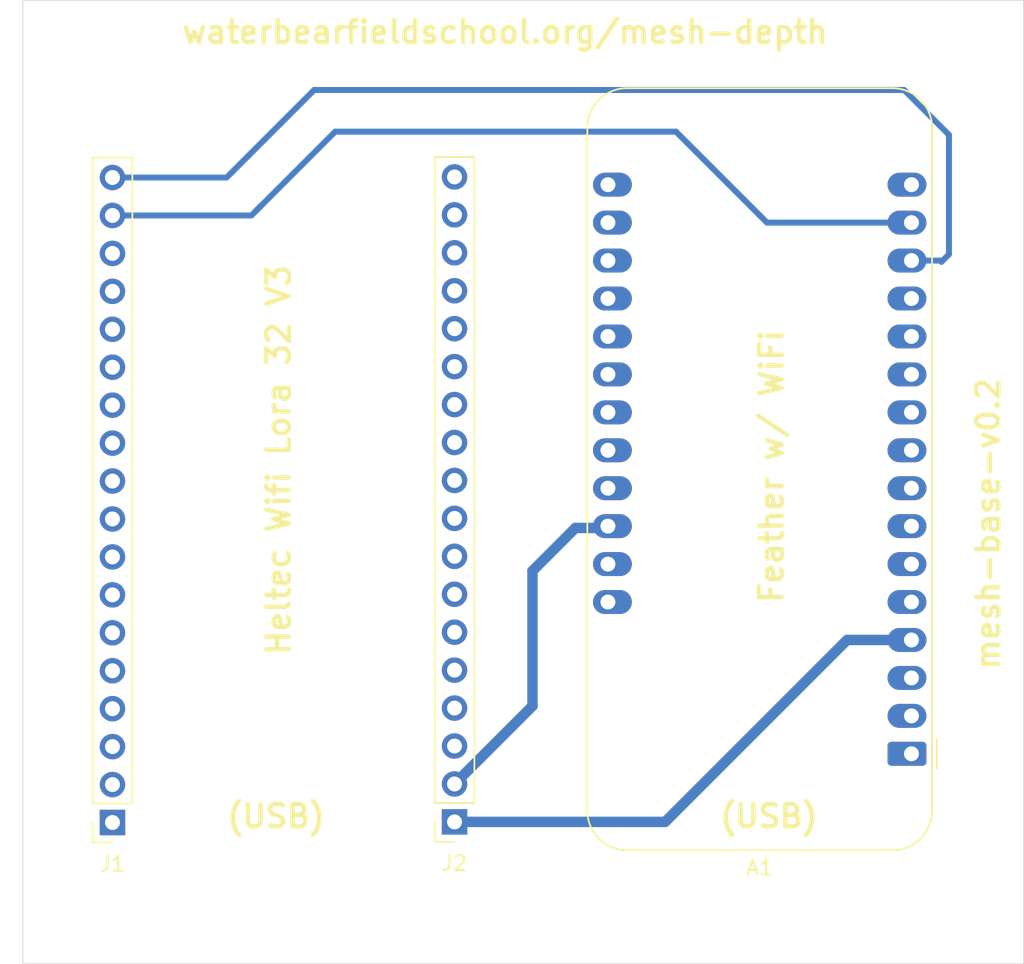
<source format=kicad_pcb>
(kicad_pcb (version 20240108) (generator "pcbnew") (generator_version "8.0")
  (layers (0 "F.Cu" signal) (31 "B.Cu" signal) (34 "B.Paste" user) (35 "F.Paste" user) (36 "B.SilkS" user "B.Silkscreen") (37 "F.SilkS" user "F.Silkscreen") (38 "B.Mask" user) (39 "F.Mask" user) (44 "Edge.Cuts" user))
  (net 0 "")
  (net 5 "VUSB")
  (net 7 "GPIO7")
  (net 8 "GPIO6")
  (net 16 "GND")
  (footprint "Connector_PinSocket_2.54mm:PinSocket_1x18_P2.54mm_Vertical" (layer "F.Cu") (at 90.4 103.5 180)
    (property "Reference" "J2" (at 0 -2.77 360) (layer "F.SilkS"))
    (property "Value" "Conn_01x18_Socket")
    (fp_line (start 1.33 1.27) (end 1.33 44.51) (stroke (width 0.12)) (layer "F.SilkS"))
    (fp_line (start 1.33 -1.33) (end 1.33 0) (stroke (width 0.12)) (layer "F.SilkS"))
    (fp_line (start 0 -1.33) (end 1.33 -1.33) (stroke (width 0.12)) (layer "F.SilkS"))
    (fp_line (start -1.33 44.51) (end 1.33 44.51) (stroke (width 0.12)) (layer "F.SilkS"))
    (fp_line (start -1.33 1.27) (end 1.33 1.27) (stroke (width 0.12)) (layer "F.SilkS"))
    (fp_line (start -1.33 1.27) (end -1.33 44.51) (stroke (width 0.12)) (layer "F.SilkS"))
    (pad "1" thru_hole rect (at 0 0 180) (size 1.7 1.7) (drill 1) (layers "*.Cu" "*.Mask") (net 16 "GND"))
    (pad "2" thru_hole oval (at 0 2.54 180) (size 1.7 1.7) (drill 1) (layers "*.Cu" "*.Mask") (net 5 "VUSB"))
    (pad "3" thru_hole oval (at 0 5.08 180) (size 1.7 1.7) (drill 1) (layers "*.Cu" "*.Mask"))
    (pad "4" thru_hole oval (at 0 7.62 180) (size 1.7 1.7) (drill 1) (layers "*.Cu" "*.Mask"))
    (pad "5" thru_hole oval (at 0 10.16 180) (size 1.7 1.7) (drill 1) (layers "*.Cu" "*.Mask"))
    (pad "6" thru_hole oval (at 0 12.7 180) (size 1.7 1.7) (drill 1) (layers "*.Cu" "*.Mask"))
    (pad "7" thru_hole oval (at 0 15.24 180) (size 1.7 1.7) (drill 1) (layers "*.Cu" "*.Mask"))
    (pad "8" thru_hole oval (at 0 17.78 180) (size 1.7 1.7) (drill 1) (layers "*.Cu" "*.Mask"))
    (pad "9" thru_hole oval (at 0 20.32 180) (size 1.7 1.7) (drill 1) (layers "*.Cu" "*.Mask"))
    (pad "10" thru_hole oval (at 0 22.86 180) (size 1.7 1.7) (drill 1) (layers "*.Cu" "*.Mask"))
    (pad "11" thru_hole oval (at 0 25.4 180) (size 1.7 1.7) (drill 1) (layers "*.Cu" "*.Mask"))
    (pad "12" thru_hole oval (at 0 27.94 180) (size 1.7 1.7) (drill 1) (layers "*.Cu" "*.Mask"))
    (pad "13" thru_hole oval (at 0 30.48 180) (size 1.7 1.7) (drill 1) (layers "*.Cu" "*.Mask"))
    (pad "14" thru_hole oval (at 0 33.02 180) (size 1.7 1.7) (drill 1) (layers "*.Cu" "*.Mask"))
    (pad "15" thru_hole oval (at 0 35.56 180) (size 1.7 1.7) (drill 1) (layers "*.Cu" "*.Mask"))
    (pad "16" thru_hole oval (at 0 38.1 180) (size 1.7 1.7) (drill 1) (layers "*.Cu" "*.Mask"))
    (pad "17" thru_hole oval (at 0 40.64 180) (size 1.7 1.7) (drill 1) (layers "*.Cu" "*.Mask"))
    (pad "18" thru_hole oval (at 0 43.18 180) (size 1.7 1.7) (drill 1) (layers "*.Cu" "*.Mask"))
  )
  (footprint "Connector_PinSocket_2.54mm:PinSocket_1x18_P2.54mm_Vertical" (layer "F.Cu") (at 67.5 103.54 180)
    (property "Reference" "J1" (at 0 -2.77 360) (layer "F.SilkS"))
    (property "Value" "Conn_01x18_Socket")
    (fp_line (start 1.33 1.27) (end 1.33 44.51) (stroke (width 0.12)) (layer "F.SilkS"))
    (fp_line (start 1.33 -1.33) (end 1.33 0) (stroke (width 0.12)) (layer "F.SilkS"))
    (fp_line (start 0 -1.33) (end 1.33 -1.33) (stroke (width 0.12)) (layer "F.SilkS"))
    (fp_line (start -1.33 44.51) (end 1.33 44.51) (stroke (width 0.12)) (layer "F.SilkS"))
    (fp_line (start -1.33 1.27) (end 1.33 1.27) (stroke (width 0.12)) (layer "F.SilkS"))
    (fp_line (start -1.33 1.27) (end -1.33 44.51) (stroke (width 0.12)) (layer "F.SilkS"))
    (pad "1" thru_hole rect (at 0 0 180) (size 1.7 1.7) (drill 1) (layers "*.Cu" "*.Mask"))
    (pad "2" thru_hole oval (at 0 2.54 180) (size 1.7 1.7) (drill 1) (layers "*.Cu" "*.Mask"))
    (pad "3" thru_hole oval (at 0 5.08 180) (size 1.7 1.7) (drill 1) (layers "*.Cu" "*.Mask"))
    (pad "4" thru_hole oval (at 0 7.62 180) (size 1.7 1.7) (drill 1) (layers "*.Cu" "*.Mask"))
    (pad "5" thru_hole oval (at 0 10.16 180) (size 1.7 1.7) (drill 1) (layers "*.Cu" "*.Mask"))
    (pad "6" thru_hole oval (at 0 12.7 180) (size 1.7 1.7) (drill 1) (layers "*.Cu" "*.Mask"))
    (pad "7" thru_hole oval (at 0 15.24 180) (size 1.7 1.7) (drill 1) (layers "*.Cu" "*.Mask"))
    (pad "8" thru_hole oval (at 0 17.78 180) (size 1.7 1.7) (drill 1) (layers "*.Cu" "*.Mask"))
    (pad "9" thru_hole oval (at 0 20.32 180) (size 1.7 1.7) (drill 1) (layers "*.Cu" "*.Mask"))
    (pad "10" thru_hole oval (at 0 22.86 180) (size 1.7 1.7) (drill 1) (layers "*.Cu" "*.Mask"))
    (pad "11" thru_hole oval (at 0 25.4 180) (size 1.7 1.7) (drill 1) (layers "*.Cu" "*.Mask"))
    (pad "12" thru_hole oval (at 0 27.94 180) (size 1.7 1.7) (drill 1) (layers "*.Cu" "*.Mask"))
    (pad "13" thru_hole oval (at 0 30.48 180) (size 1.7 1.7) (drill 1) (layers "*.Cu" "*.Mask"))
    (pad "14" thru_hole oval (at 0 33.02 180) (size 1.7 1.7) (drill 1) (layers "*.Cu" "*.Mask"))
    (pad "15" thru_hole oval (at 0 35.56 180) (size 1.7 1.7) (drill 1) (layers "*.Cu" "*.Mask"))
    (pad "16" thru_hole oval (at 0 38.1 180) (size 1.7 1.7) (drill 1) (layers "*.Cu" "*.Mask"))
    (pad "17" thru_hole oval (at 0 40.64 180) (size 1.7 1.7) (drill 1) (layers "*.Cu" "*.Mask") (net 8 "GPIO6"))
    (pad "18" thru_hole oval (at 0 43.18 180) (size 1.7 1.7) (drill 1) (layers "*.Cu" "*.Mask") (net 7 "GPIO7"))
  )
  (footprint "Module:Adafruit_Feather" (layer "F.Cu") (at 120.99 98.94 180)
    (property "Reference" "A1" (at 10.16 -7.62 360) (layer "F.SilkS"))
    (property "Value" "Adafruit_Feather_Generic")
    (fp_line (start 21.7 -3.81) (end 21.7 41.91) (stroke (width 0.12)) (layer "F.SilkS"))
    (fp_line (start 19.05 44.56) (end 1.27 44.56) (stroke (width 0.12)) (layer "F.SilkS"))
    (fp_line (start 19.05 -6.46) (end 1.27 -6.46) (stroke (width 0.12)) (layer "F.SilkS"))
    (fp_line (start -1.38 -3.81) (end -1.38 41.91) (stroke (width 0.12)) (layer "F.SilkS"))
    (fp_line (start -1.7 1) (end -1.7 -1) (stroke (width 0.12)) (layer "F.SilkS"))
    (fp_arc (start 21.7 41.91) (mid 20.923833 43.783833) (end 19.05 44.56) (stroke (width 0.12)) (layer "F.SilkS"))
    (fp_arc (start 19.05 -6.46) (mid 20.923833 -5.683833) (end 21.7 -3.81) (stroke (width 0.12)) (layer "F.SilkS"))
    (fp_arc (start 1.27 44.56) (mid -0.603833 43.783833) (end -1.38 41.91) (stroke (width 0.12)) (layer "F.SilkS"))
    (fp_arc (start -1.38 -3.81) (mid -0.603833 -5.683833) (end 1.27 -6.46) (stroke (width 0.12)) (layer "F.SilkS"))
    (pad "1" thru_hole roundrect (at 0 0 180) (size 2.6 1.6) (drill 1 (offset 0.3 0)) (layers "*.Cu" "*.Mask") (roundrect_rratio 0.15625))
    (pad "2" thru_hole oval (at 0 2.54 180) (size 2.6 1.6) (drill 1 (offset 0.3 0)) (layers "*.Cu" "*.Mask"))
    (pad "3" thru_hole oval (at 0 5.08 180) (size 2.6 1.6) (drill 1 (offset 0.3 0)) (layers "*.Cu" "*.Mask"))
    (pad "4" thru_hole oval (at 0 7.62 180) (size 2.6 1.6) (drill 1 (offset 0.3 0)) (layers "*.Cu" "*.Mask") (net 16 "GND"))
    (pad "5" thru_hole oval (at 0 10.16 180) (size 2.6 1.6) (drill 1 (offset 0.3 0)) (layers "*.Cu" "*.Mask"))
    (pad "6" thru_hole oval (at 0 12.7 180) (size 2.6 1.6) (drill 1 (offset 0.3 0)) (layers "*.Cu" "*.Mask"))
    (pad "7" thru_hole oval (at 0 15.24 180) (size 2.6 1.6) (drill 1 (offset 0.3 0)) (layers "*.Cu" "*.Mask"))
    (pad "8" thru_hole oval (at 0 17.78 180) (size 2.6 1.6) (drill 1 (offset 0.3 0)) (layers "*.Cu" "*.Mask"))
    (pad "9" thru_hole oval (at 0 20.32 180) (size 2.6 1.6) (drill 1 (offset 0.3 0)) (layers "*.Cu" "*.Mask"))
    (pad "10" thru_hole oval (at 0 22.86 180) (size 2.6 1.6) (drill 1 (offset 0.3 0)) (layers "*.Cu" "*.Mask"))
    (pad "11" thru_hole oval (at 0 25.4 180) (size 2.6 1.6) (drill 1 (offset 0.3 0)) (layers "*.Cu" "*.Mask"))
    (pad "12" thru_hole oval (at 0 27.94 180) (size 2.6 1.6) (drill 1 (offset 0.3 0)) (layers "*.Cu" "*.Mask"))
    (pad "13" thru_hole oval (at 0 30.48 180) (size 2.6 1.6) (drill 1 (offset 0.3 0)) (layers "*.Cu" "*.Mask"))
    (pad "14" thru_hole oval (at 0 33.02 180) (size 2.6 1.6) (drill 1 (offset 0.3 0)) (layers "*.Cu" "*.Mask") (net 7 "GPIO7"))
    (pad "15" thru_hole oval (at 0 35.56 180) (size 2.6 1.6) (drill 1 (offset 0.3 0)) (layers "*.Cu" "*.Mask") (net 8 "GPIO6"))
    (pad "16" thru_hole oval (at 0 38.1 180) (size 2.6 1.6) (drill 1 (offset 0.3 0)) (layers "*.Cu" "*.Mask"))
    (pad "17" thru_hole oval (at 20.32 38.1) (size 2.6 1.6) (drill 1 (offset 0.3 0)) (layers "*.Cu" "*.Mask"))
    (pad "18" thru_hole oval (at 20.32 35.56) (size 2.6 1.6) (drill 1 (offset 0.3 0)) (layers "*.Cu" "*.Mask"))
    (pad "19" thru_hole oval (at 20.32 33.02) (size 2.6 1.6) (drill 1 (offset 0.3 0)) (layers "*.Cu" "*.Mask"))
    (pad "20" thru_hole oval (at 20.32 30.48) (size 2.6 1.6) (drill 1 (offset 0.3 0)) (layers "*.Cu" "*.Mask"))
    (pad "21" thru_hole oval (at 20.32 27.94) (size 2.6 1.6) (drill 1 (offset 0.3 0)) (layers "*.Cu" "*.Mask"))
    (pad "22" thru_hole oval (at 20.32 25.4) (size 2.6 1.6) (drill 1 (offset 0.3 0)) (layers "*.Cu" "*.Mask"))
    (pad "23" thru_hole oval (at 20.32 22.86) (size 2.6 1.6) (drill 1 (offset 0.3 0)) (layers "*.Cu" "*.Mask"))
    (pad "24" thru_hole oval (at 20.32 20.32) (size 2.6 1.6) (drill 1 (offset 0.3 0)) (layers "*.Cu" "*.Mask"))
    (pad "25" thru_hole oval (at 20.32 17.78) (size 2.6 1.6) (drill 1 (offset 0.3 0)) (layers "*.Cu" "*.Mask"))
    (pad "26" thru_hole oval (at 20.32 15.24) (size 2.6 1.6) (drill 1 (offset 0.3 0)) (layers "*.Cu" "*.Mask") (net 5 "VUSB"))
    (pad "27" thru_hole oval (at 20.32 12.7) (size 2.6 1.6) (drill 1 (offset 0.3 0)) (layers "*.Cu" "*.Mask"))
    (pad "28" thru_hole oval (at 20.32 10.16) (size 2.6 1.6) (drill 1 (offset 0.3 0)) (layers "*.Cu" "*.Mask"))
  )
  (gr_rect (start 61.5 48.5) (end 128.5 113) (stroke (width 0.05)) (fill none) (layer "Edge.Cuts"))
  (gr_text "Heltec Wifi Lora 32 V3" (at 79.5 92.5 90) (layer "F.SilkS") (effects (font (size 1.5 1.5) (thickness 0.3) (bold yes)) (justify left bottom)))
  (gr_text "(USB)" (at 108 104 0) (layer "F.SilkS") (effects (font (size 1.5 1.5) (thickness 0.3) (bold yes)) (justify left bottom)))
  (gr_text "(USB)" (at 75 104 0) (layer "F.SilkS") (effects (font (size 1.5 1.5) (thickness 0.3) (bold yes)) (justify left bottom)))
  (gr_text "Feather w/ WiFi" (at 112.5 89 90) (layer "F.SilkS") (effects (font (size 1.5 1.5) (thickness 0.3) (bold yes)) (justify left bottom)))
  (gr_text "mesh-base-v0.2" (at 127 93.5 90) (layer "F.SilkS") (effects (font (size 1.5 1.5) (thickness 0.3) (bold yes)) (justify left bottom)))
  (gr_text "waterbearfieldschool.org/mesh-depth" (at 72 51.5 0) (layer "F.SilkS") (effects (font (size 1.5 1.5) (thickness 0.3) (bold yes)) (justify left bottom)))
  (segment (start 98.49 83.82) (end 100.55 83.82) (width 0.7) (layer "B.Cu") (net 5))
  (segment (start 95.62 95.74) (end 95.62 86.69) (width 0.7) (layer "B.Cu") (net 5))
  (segment (start 100.55 83.82) (end 100.67 83.7) (width 0.7) (layer "B.Cu") (net 5))
  (segment (start 95.62 86.69) (end 98.49 83.82) (width 0.7) (layer "B.Cu") (net 5))
  (segment (start 90.4 100.96) (end 95.62 95.74) (width 0.7) (layer "B.Cu") (net 5))
  (segment (start 67.5 60.36) (end 75.14 60.36) (width 0.4) (layer "B.Cu") (net 7))
  (segment (start 120.5 54.5) (end 123.5 57.5) (width 0.4) (layer "B.Cu") (net 7))
  (segment (start 81 54.5) (end 120.5 54.5) (width 0.4) (layer "B.Cu") (net 7))
  (segment (start 75.14 60.36) (end 81 54.5) (width 0.4) (layer "B.Cu") (net 7))
  (segment (start 123.5 57.5) (end 123.5 65.5) (width 0.4) (layer "B.Cu") (net 7))
  (segment (start 123 66) (end 122.92 65.92) (width 0.4) (layer "B.Cu") (net 7))
  (segment (start 123.5 65.5) (end 123 66) (width 0.4) (layer "B.Cu") (net 7))
  (segment (start 122.92 65.92) (end 120.99 65.92) (width 0.4) (layer "B.Cu") (net 7))
  (segment (start 82.21 57.49) (end 77.42 62.28) (width 0.4) (layer "B.Cu") (net 8))
  (segment (start 77.42 62.28) (end 77.1 62.6) (width 0.4) (layer "B.Cu") (net 8))
  (segment (start 67.5 62.9) (end 76.8 62.9) (width 0.4) (layer "B.Cu") (net 8))
  (segment (start 120.99 63.38) (end 111.32 63.38) (width 0.4) (layer "B.Cu") (net 8))
  (segment (start 76.8 62.9) (end 77.42 62.28) (width 0.4) (layer "B.Cu") (net 8))
  (segment (start 105.23 57.29) (end 82.41 57.29) (width 0.4) (layer "B.Cu") (net 8))
  (segment (start 82.41 57.29) (end 82.21 57.49) (width 0.4) (layer "B.Cu") (net 8))
  (segment (start 111.32 63.38) (end 105.23 57.29) (width 0.4) (layer "B.Cu") (net 8))
  (segment (start 104.5 103.5) (end 116.68 91.32) (width 0.7) (layer "B.Cu") (net 16))
  (segment (start 116.68 91.32) (end 120.99 91.32) (width 0.7) (layer "B.Cu") (net 16))
  (segment (start 90.4 103.5) (end 104.5 103.5) (width 0.7) (layer "B.Cu") (net 16))
)
</source>
